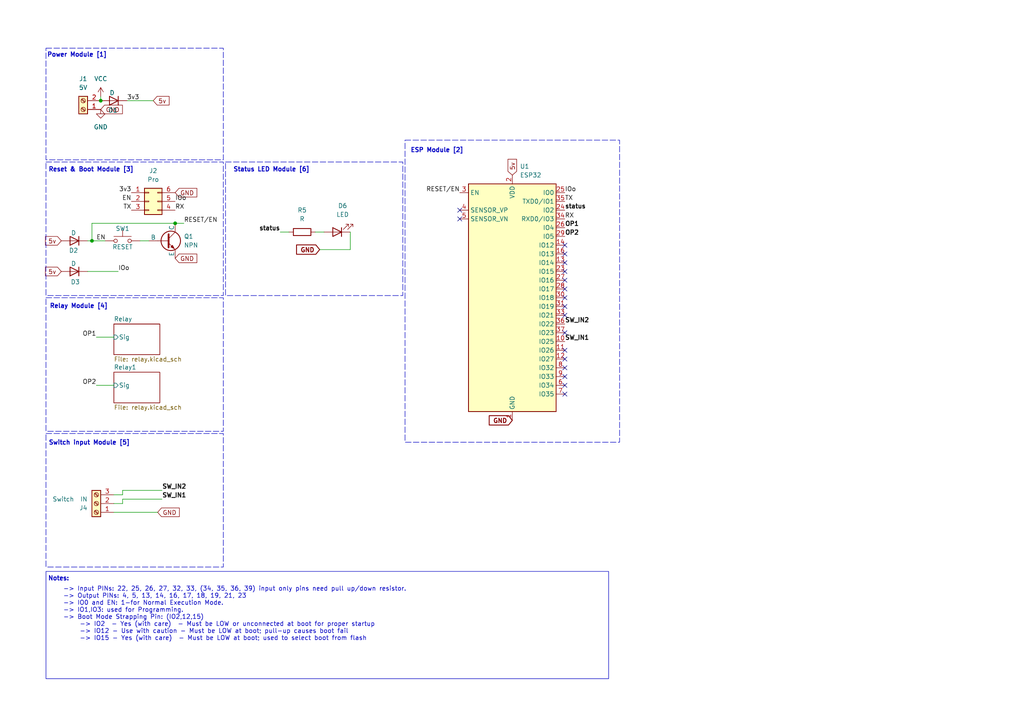
<source format=kicad_sch>
(kicad_sch (version 20231120) (generator "eeschema") (generator_version "8.0")
  (paper "A4")
  (title_block (title "Smart Retrofit Design") (date "2025-07-07") (company "IotEcoTech") (comment 1 "Designed by Karthikeyan A"))
  (lib_symbols
    (symbol "Connector:Screw_Terminal_01x02" (pin_names (offset 1.016) hide)
      (property "Reference" "J" (at 0 2.54 0))
      (property "Value" "Screw_Terminal_01x02" (at 0 -5.08 0))
      (symbol "Screw_Terminal_01x02_1_1"
        (rectangle (start -1.27 1.27) (end 1.27 -3.81) (stroke (width 0.254)) (fill (type background)))
        (circle (center 0 -2.54) (radius 0.635) (stroke (width 0.1524)))
        (polyline (pts (xy -0.5334 -2.2098) (xy 0.3302 -3.048)) (stroke (width 0.1524)))
        (polyline (pts (xy -0.5334 0.3302) (xy 0.3302 -0.508)) (stroke (width 0.1524)))
        (polyline (pts (xy -0.3556 -2.032) (xy 0.508 -2.8702)) (stroke (width 0.1524)))
        (polyline (pts (xy -0.3556 0.508) (xy 0.508 -0.3302)) (stroke (width 0.1524)))
        (circle (center 0 0) (radius 0.635) (stroke (width 0.1524)))
        (pin passive line (at -5.08 0 0) (length 3.81) (name "Pin_1") (number "1"))
        (pin passive line (at -5.08 -2.54 0) (length 3.81) (name "Pin_2") (number "2"))
      )
    )
    (symbol "Connector:Screw_Terminal_01x03" (pin_names (offset 1.016) hide)
      (property "Reference" "J" (at 0 5.08 0))
      (property "Value" "Screw_Terminal_01x03" (at 0 -5.08 0))
      (symbol "Screw_Terminal_01x03_1_1"
        (rectangle (start -1.27 3.81) (end 1.27 -3.81) (stroke (width 0.254)) (fill (type background)))
        (circle (center 0 -2.54) (radius 0.635) (stroke (width 0.1524)))
        (polyline (pts (xy -0.5334 -2.2098) (xy 0.3302 -3.048)) (stroke (width 0.1524)))
        (polyline (pts (xy -0.5334 0.3302) (xy 0.3302 -0.508)) (stroke (width 0.1524)))
        (polyline (pts (xy -0.5334 2.8702) (xy 0.3302 2.032)) (stroke (width 0.1524)))
        (polyline (pts (xy -0.3556 -2.032) (xy 0.508 -2.8702)) (stroke (width 0.1524)))
        (polyline (pts (xy -0.3556 0.508) (xy 0.508 -0.3302)) (stroke (width 0.1524)))
        (polyline (pts (xy -0.3556 3.048) (xy 0.508 2.2098)) (stroke (width 0.1524)))
        (circle (center 0 0) (radius 0.635) (stroke (width 0.1524)))
        (circle (center 0 2.54) (radius 0.635) (stroke (width 0.1524)))
        (pin passive line (at -5.08 2.54 0) (length 3.81) (name "Pin_1") (number "1"))
        (pin passive line (at -5.08 0 0) (length 3.81) (name "Pin_2") (number "2"))
        (pin passive line (at -5.08 -2.54 0) (length 3.81) (name "Pin_3") (number "3"))
      )
    )
    (symbol "Connector_Generic:Conn_02x03_Counter_Clockwise" (pin_names (offset 1.016) hide)
      (property "Reference" "J" (at 1.27 5.08 0))
      (property "Value" "Conn_02x03_Counter_Clockwise" (at 1.27 -5.08 0))
      (symbol "Conn_02x03_Counter_Clockwise_1_1"
        (rectangle (start -1.27 -2.413) (end 0 -2.667) (stroke (width 0.1524)))
        (rectangle (start -1.27 0.127) (end 0 -0.127) (stroke (width 0.1524)))
        (rectangle (start -1.27 2.667) (end 0 2.413) (stroke (width 0.1524)))
        (rectangle (start -1.27 3.81) (end 3.81 -3.81) (stroke (width 0.254)) (fill (type background)))
        (rectangle (start 3.81 -2.413) (end 2.54 -2.667) (stroke (width 0.1524)))
        (rectangle (start 3.81 0.127) (end 2.54 -0.127) (stroke (width 0.1524)))
        (rectangle (start 3.81 2.667) (end 2.54 2.413) (stroke (width 0.1524)))
        (pin passive line (at -5.08 2.54 0) (length 3.81) (name "Pin_1") (number "1"))
        (pin passive line (at -5.08 0 0) (length 3.81) (name "Pin_2") (number "2"))
        (pin passive line (at -5.08 -2.54 0) (length 3.81) (name "Pin_3") (number "3"))
        (pin passive line (at 7.62 -2.54 180) (length 3.81) (name "Pin_4") (number "4"))
        (pin passive line (at 7.62 0 180) (length 3.81) (name "Pin_5") (number "5"))
        (pin passive line (at 7.62 2.54 180) (length 3.81) (name "Pin_6") (number "6"))
      )
    )
    (symbol "Device:D" (pin_numbers hide) (pin_names (offset 1.016) hide)
      (property "Reference" "D" (at 0 2.54 0))
      (property "Value" "D" (at 0 -2.54 0))
      (symbol "D_0_1"
        (polyline (pts (xy -1.27 1.27) (xy -1.27 -1.27)) (stroke (width 0.254)))
        (polyline (pts (xy 1.27 0) (xy -1.27 0)))
        (polyline (pts (xy 1.27 1.27) (xy 1.27 -1.27) (xy -1.27 0) (xy 1.27 1.27)) (stroke (width 0.254)))
      )
      (symbol "D_1_1"
        (pin passive line (at -3.81 0 0) (length 2.54) (name "K") (number "1"))
        (pin passive line (at 3.81 0 180) (length 2.54) (name "A") (number "2"))
      )
    )
    (symbol "Device:LED" (pin_numbers hide) (pin_names (offset 1.016) hide)
      (property "Reference" "D" (at 0 2.54 0))
      (property "Value" "LED" (at 0 -2.54 0))
      (symbol "LED_0_1"
        (polyline (pts (xy -1.27 -1.27) (xy -1.27 1.27)) (stroke (width 0.254)))
        (polyline (pts (xy -1.27 0) (xy 1.27 0)))
        (polyline (pts (xy 1.27 -1.27) (xy 1.27 1.27) (xy -1.27 0) (xy 1.27 -1.27)) (stroke (width 0.254)))
        (polyline (pts (xy -3.048 -0.762) (xy -4.572 -2.286) (xy -3.81 -2.286) (xy -4.572 -2.286) (xy -4.572 -1.524)))
        (polyline (pts (xy -1.778 -0.762) (xy -3.302 -2.286) (xy -2.54 -2.286) (xy -3.302 -2.286) (xy -3.302 -1.524)))
      )
      (symbol "LED_1_1"
        (pin passive line (at -3.81 0 0) (length 2.54) (name "K") (number "1"))
        (pin passive line (at 3.81 0 180) (length 2.54) (name "A") (number "2"))
      )
    )
    (symbol "Device:R" (pin_numbers hide) (pin_names (offset 0))
      (property "Reference" "R" (at 2.032 0 90))
      (property "Value" "R" (at 0 0 90))
      (symbol "R_0_1"
        (rectangle (start -1.016 -2.54) (end 1.016 2.54) (stroke (width 0.254)))
      )
      (symbol "R_1_1"
        (pin passive line (at 0 3.81 270) (length 1.27) (name "~") (number "1"))
        (pin passive line (at 0 -3.81 90) (length 1.27) (name "~") (number "2"))
      )
    )
    (symbol "RF_Module:ESP32-WROOM-32E"
      (property "Reference" "U" (at -12.7 34.29 0))
      (property "Value" "ESP32-WROOM-32E" (at 1.27 34.29 0))
      (symbol "ESP32-WROOM-32E_0_1"
        (rectangle (start -12.7 33.02) (end 12.7 -33.02) (stroke (width 0.254)) (fill (type background)))
      )
      (symbol "ESP32-WROOM-32E_1_1"
        (pin power_in line (at 0 -35.56 90) (length 2.54) (name "GND") (number "1"))
        (pin bidirectional line (at 15.24 -12.7 180) (length 2.54) (name "IO25") (number "10"))
        (pin bidirectional line (at 15.24 -15.24 180) (length 2.54) (name "IO26") (number "11"))
        (pin bidirectional line (at 15.24 -17.78 180) (length 2.54) (name "IO27") (number "12"))
        (pin bidirectional line (at 15.24 10.16 180) (length 2.54) (name "IO14") (number "13"))
        (pin bidirectional line (at 15.24 15.24 180) (length 2.54) (name "IO12") (number "14"))
        (pin passive line (at 0 -35.56 90) (length 2.54) hide (name "GND") (number "15"))
        (pin bidirectional line (at 15.24 12.7 180) (length 2.54) (name "IO13") (number "16"))
        (pin no_connect line (at -12.7 -5.08 0) (length 2.54) hide (name "NC") (number "17"))
        (pin no_connect line (at -12.7 -7.62 0) (length 2.54) hide (name "NC") (number "18"))
        (pin no_connect line (at -12.7 -12.7 0) (length 2.54) hide (name "NC") (number "19"))
        (pin power_in line (at 0 35.56 270) (length 2.54) (name "VDD") (number "2"))
        (pin no_connect line (at -12.7 -10.16 0) (length 2.54) hide (name "NC") (number "20"))
        (pin no_connect line (at -12.7 0 0) (length 2.54) hide (name "NC") (number "21"))
        (pin no_connect line (at -12.7 -2.54 0) (length 2.54) hide (name "NC") (number "22"))
        (pin bidirectional line (at 15.24 7.62 180) (length 2.54) (name "IO15") (number "23"))
        (pin bidirectional line (at 15.24 25.4 180) (length 2.54) (name "IO2") (number "24"))
        (pin bidirectional line (at 15.24 30.48 180) (length 2.54) (name "IO0") (number "25"))
        (pin bidirectional line (at 15.24 20.32 180) (length 2.54) (name "IO4") (number "26"))
        (pin bidirectional line (at 15.24 5.08 180) (length 2.54) (name "IO16") (number "27"))
        (pin bidirectional line (at 15.24 2.54 180) (length 2.54) (name "IO17") (number "28"))
        (pin bidirectional line (at 15.24 17.78 180) (length 2.54) (name "IO5") (number "29"))
        (pin input line (at -15.24 30.48 0) (length 2.54) (name "EN") (number "3"))
        (pin bidirectional line (at 15.24 0 180) (length 2.54) (name "IO18") (number "30"))
        (pin bidirectional line (at 15.24 -2.54 180) (length 2.54) (name "IO19") (number "31"))
        (pin no_connect line (at -12.7 -27.94 0) (length 2.54) hide (name "NC") (number "32"))
        (pin bidirectional line (at 15.24 -5.08 180) (length 2.54) (name "IO21") (number "33"))
        (pin bidirectional line (at 15.24 22.86 180) (length 2.54) (name "RXD0/IO3") (number "34"))
        (pin bidirectional line (at 15.24 27.94 180) (length 2.54) (name "TXD0/IO1") (number "35"))
        (pin bidirectional line (at 15.24 -7.62 180) (length 2.54) (name "IO22") (number "36"))
        (pin bidirectional line (at 15.24 -10.16 180) (length 2.54) (name "IO23") (number "37"))
        (pin passive line (at 0 -35.56 90) (length 2.54) hide (name "GND") (number "38"))
        (pin passive line (at 0 -35.56 90) (length 2.54) hide (name "GND") (number "39"))
        (pin input line (at -15.24 25.4 0) (length 2.54) (name "SENSOR_VP") (number "4"))
        (pin input line (at -15.24 22.86 0) (length 2.54) (name "SENSOR_VN") (number "5"))
        (pin input line (at 15.24 -25.4 180) (length 2.54) (name "IO34") (number "6"))
        (pin input line (at 15.24 -27.94 180) (length 2.54) (name "IO35") (number "7"))
        (pin bidirectional line (at 15.24 -20.32 180) (length 2.54) (name "IO32") (number "8"))
        (pin bidirectional line (at 15.24 -22.86 180) (length 2.54) (name "IO33") (number "9"))
      )
    )
    (symbol "Simulation_SPICE:NPN" (pin_numbers hide) (pin_names (offset 0))
      (property "Reference" "Q" (at -2.54 7.62 0))
      (property "Value" "NPN" (at -2.54 5.08 0))
      (symbol "NPN_0_1"
        (polyline (pts (xy -2.54 0) (xy 0.635 0)) (stroke (width 0.1524)))
        (polyline (pts (xy 0.635 0.635) (xy 2.54 2.54)))
        (polyline (pts (xy 2.794 -1.27) (xy 2.794 -1.27)) (stroke (width 0.1524)))
        (polyline (pts (xy 2.794 -1.27) (xy 2.794 -1.27)) (stroke (width 0.1524)))
        (polyline (pts (xy 0.635 -0.635) (xy 2.54 -2.54) (xy 2.54 -2.54)))
        (polyline (pts (xy 0.635 1.905) (xy 0.635 -1.905) (xy 0.635 -1.905)) (stroke (width 0.508)))
        (polyline (pts (xy 1.27 -1.778) (xy 1.778 -1.27) (xy 2.286 -2.286) (xy 1.27 -1.778) (xy 1.27 -1.778)) (fill (type outline)))
        (circle (center 1.27 0) (radius 2.8194) (stroke (width 0.254)))
      )
      (symbol "NPN_1_1"
        (pin open_collector line (at 2.54 5.08 270) (length 2.54) (name "C") (number "1"))
        (pin input line (at -5.08 0 0) (length 2.54) (name "B") (number "2"))
        (pin open_emitter line (at 2.54 -5.08 90) (length 2.54) (name "E") (number "3"))
      )
    )
    (symbol "Switch:SW_Push" (pin_numbers hide) (pin_names (offset 1.016) hide)
      (property "Reference" "SW" (at 1.27 2.54 0))
      (property "Value" "SW_Push" (at 0 -1.524 0))
      (symbol "SW_Push_0_1"
        (circle (center -2.032 0) (radius 0.508))
        (polyline (pts (xy 0 1.27) (xy 0 3.048)))
        (polyline (pts (xy 2.54 1.27) (xy -2.54 1.27)))
        (circle (center 2.032 0) (radius 0.508))
        (pin passive line (at -5.08 0 0) (length 2.54) (name "1") (number "1"))
        (pin passive line (at 5.08 0 180) (length 2.54) (name "2") (number "2"))
      )
    )
    (symbol "power:GND" (power) (pin_numbers hide) (pin_names (offset 0) hide)
      (property "Value" "GND" (at 0 -3.81 0))
      (symbol "GND_0_1"
        (polyline (pts (xy 0 0) (xy 0 -1.27) (xy 1.27 -1.27) (xy 0 -2.54) (xy -1.27 -1.27) (xy 0 -1.27)))
      )
      (symbol "GND_1_1"
        (pin power_in line (at 0 0 270) (length 0) (name "~") (number "1"))
      )
    )
    (symbol "power:VCC" (power) (pin_numbers hide) (pin_names (offset 0) hide)
      (property "Value" "VCC" (at 0 3.556 0))
      (symbol "VCC_0_1"
        (polyline (pts (xy -0.762 1.27) (xy 0 2.54)))
        (polyline (pts (xy 0 0) (xy 0 2.54)))
        (polyline (pts (xy 0 2.54) (xy 0.762 1.27)))
      )
      (symbol "VCC_1_1"
        (pin power_in line (at 0 0 90) (length 0) (name "~") (number "1"))
      )
    )
  )
  (junction (at 29.21 29.21))
  (junction (at 26.67 69.85))
  (junction (at 50.8 64.77))
  (no_connect (at 133.35 63.5))
  (no_connect (at 163.83 106.68))
  (no_connect (at 163.83 78.74))
  (no_connect (at 163.83 109.22))
  (no_connect (at 163.83 73.66))
  (no_connect (at 163.83 101.6))
  (no_connect (at 163.83 114.3))
  (no_connect (at 163.83 76.2))
  (no_connect (at 163.83 111.76))
  (no_connect (at 163.83 71.12))
  (no_connect (at 163.83 104.14))
  (no_connect (at 163.83 88.9))
  (no_connect (at 163.83 91.44))
  (no_connect (at 163.83 83.82))
  (no_connect (at 163.83 86.36))
  (no_connect (at 133.35 60.96))
  (no_connect (at 163.83 96.52))
  (no_connect (at 163.83 81.28))
  (wire (pts (xy 35.56 143.51) (xy 33.02 143.51)))
  (wire (pts (xy 35.56 146.05) (xy 33.02 146.05)))
  (wire (pts (xy 35.56 144.78) (xy 35.56 146.05)))
  (wire (pts (xy 27.94 111.76) (xy 33.02 111.76)))
  (wire (pts (xy 45.72 148.59) (xy 33.02 148.59)))
  (wire (pts (xy 25.4 69.85) (xy 26.67 69.85)))
  (wire (pts (xy 46.99 144.78) (xy 35.56 144.78)))
  (wire (pts (xy 50.8 64.77) (xy 26.67 64.77)))
  (wire (pts (xy 43.18 69.85) (xy 40.64 69.85)))
  (wire (pts (xy 25.4 78.74) (xy 34.29 78.74)))
  (wire (pts (xy 46.99 142.24) (xy 35.56 142.24)))
  (wire (pts (xy 101.6 67.31) (xy 101.6 72.39)))
  (wire (pts (xy 26.67 69.85) (xy 30.48 69.85)))
  (wire (pts (xy 26.67 64.77) (xy 26.67 69.85)))
  (wire (pts (xy 91.44 67.31) (xy 93.98 67.31)))
  (wire (pts (xy 35.56 142.24) (xy 35.56 143.51)))
  (wire (pts (xy 36.83 29.21) (xy 44.45 29.21)))
  (wire (pts (xy 50.8 64.77) (xy 53.34 64.77)))
  (wire (pts (xy 27.94 97.79) (xy 33.02 97.79)))
  (wire (pts (xy 29.21 27.94) (xy 29.21 29.21)))
  (wire (pts (xy 81.28 67.31) (xy 83.82 67.31)))
  (wire (pts (xy 101.6 72.39) (xy 92.71 72.39)))
  (rectangle (start 13.335 46.99) (end 64.77 85.725) (stroke (width 0) (type dash)))
  (rectangle (start 13.335 165.735) (end 176.53 196.85))
  (rectangle (start 13.335 13.97) (end 64.77 46.355) (stroke (width 0) (type dash)))
  (rectangle (start 13.335 125.73) (end 64.77 164.465) (stroke (width 0) (type dash)))
  (rectangle (start 117.475 40.64) (end 179.705 128.27) (stroke (width 0) (type dash)))
  (rectangle (start 65.405 46.99) (end 116.84 85.725) (stroke (width 0) (type dash)))
  (rectangle (start 13.335 86.36) (end 64.77 125.095) (stroke (width 0) (type dash)))
  (text "Notes:\n" (at 17.018 167.894 0) (effects (font (size 1.27 1.27) (thickness 0.254) (bold yes))))
  (text "Relay Module [4]" (at 22.86 88.9 0) (effects (font (size 1.27 1.27) (thickness 0.254) (bold yes))))
  (text "Status LED Module [6]" (at 78.74 49.276 0) (effects (font (size 1.27 1.27) (thickness 0.254) (bold yes))))
  (text "Power Module [1]" (at 22.352 16.002 0) (effects (font (size 1.27 1.27) (thickness 0.254) (bold yes))))
  (text "Switch input Module [5]" (at 25.908 128.524 0) (effects (font (size 1.27 1.27) (thickness 0.254) (bold yes))))
  (text "-> Input PINs: 22, 25, 26, 27, 32, 33, (34, 35, 36, 39) input only pins need pull up/down resistor.\n-> Output PINs: 4, 5, 13, 14, 16, 17, 18, 19, 21, 23 \n-> IO0 and EN: 1-for Normal Execution Mode.\n-> IO1,IO3: used for Programming.\n-> Boot Mode Strapping Pin: (IO2,12,15)\n	-> IO2  - Yes (with care)  - Must be LOW or unconnected at boot for proper startup\n	-> IO12 -️ Use with caution - Must be LOW at boot; pull-up causes boot fail\n	-> IO15 - Yes (with care)  - Must be LOW at boot; used to select boot from flash" (at 18.288 178.054 0) (effects (font (size 1.27 1.27) (thickness 0.1588)) (justify left)))
  (text "Reset & Boot Module [3]" (at 26.416 49.276 0) (effects (font (size 1.27 1.27) (thickness 0.254) (bold yes))))
  (text "ESP Module [2]" (at 126.746 43.688 0) (effects (font (size 1.27 1.27) (thickness 0.254) (bold yes))))
  (label "OP1" (at 163.83 66.04 0) (effects (font (thickness 0.254) (bold yes))))
  (label "OP2" (at 27.94 111.76 180))
  (label "TX" (at 38.1 60.96 180))
  (label "OP1" (at 27.94 97.79 180))
  (label "SW_IN1" (at 46.99 144.78 0) (effects (font (thickness 0.254) (bold yes))))
  (label "3v3" (at 38.1 55.88 180))
  (label "SW_IN1" (at 163.83 99.06 0) (effects (font (thickness 0.254) (bold yes))))
  (label "OP2" (at 163.83 68.58 0) (effects (font (thickness 0.254) (bold yes))))
  (label "IOo" (at 163.83 55.88 0))
  (label "RESET{slash}EN" (at 53.34 64.77 0))
  (label "RESET{slash}EN" (at 133.35 55.88 180))
  (label "IOo" (at 50.8 58.42 0))
  (label "TX" (at 163.83 58.42 0))
  (label "IOo" (at 34.29 78.74 0))
  (label "SW_IN2" (at 163.83 93.98 0) (effects (font (thickness 0.254) (bold yes))))
  (label "SW_IN2" (at 46.99 142.24 0) (effects (font (thickness 0.254) (bold yes))))
  (label "EN" (at 27.94 69.85 0))
  (label "RX" (at 50.8 60.96 0))
  (label "RX" (at 163.83 63.5 0))
  (label "status" (at 163.83 60.96 0) (effects (font (thickness 0.254) (bold yes))))
  (label "EN" (at 38.1 58.42 180))
  (label "status" (at 81.28 67.31 180) (effects (font (thickness 0.254) (bold yes))))
  (label "3v3" (at 36.83 29.21 0))
  (global_label "GND" (shape input) (at 50.8 55.88 0) (property "Intersheetrefs" "${INTERSHEET_REFS}" (effects (hide yes))))
  (global_label "5v" (shape input) (at 148.59 50.8 90) (property "Intersheetrefs" "${INTERSHEET_REFS}" (effects (hide yes))))
  (global_label "GND" (shape input) (at 50.8 74.93 0) (property "Intersheetrefs" "${INTERSHEET_REFS}" (effects (hide yes))))
  (global_label "5v" (shape input) (at 17.78 78.74 180) (property "Intersheetrefs" "${INTERSHEET_REFS}" (effects (hide yes))))
  (global_label "5v" (shape input) (at 17.78 69.85 180) (property "Intersheetrefs" "${INTERSHEET_REFS}" (effects (hide yes))))
  (global_label "GND" (shape input) (at 92.71 72.39 180) (effects (font (thickness 0.254) (bold yes))) (property "Intersheetrefs" "${INTERSHEET_REFS}" (effects (hide yes))))
  (global_label "5v" (shape input) (at 44.45 29.21 0) (property "Intersheetrefs" "${INTERSHEET_REFS}" (effects (hide yes))))
  (global_label "GND" (shape input) (at 29.21 31.75 0) (property "Intersheetrefs" "${INTERSHEET_REFS}" (effects (hide yes))))
  (global_label "GND" (shape input) (at 45.72 148.59 0) (property "Intersheetrefs" "${INTERSHEET_REFS}" (effects (hide yes))))
  (global_label "GND" (shape input) (at 148.59 121.92 180) (effects (font (thickness 0.254) (bold yes))) (property "Intersheetrefs" "${INTERSHEET_REFS}" (effects (hide yes))))
  (symbol (lib_id "power:GND") (at 29.21 31.75 0) (unit 1)
    (property "Reference" "#PWR02" (effects (hide yes)))
    (property "Value" "GND" (at 29.21 36.83 0))
    (property "Description" "Power symbol creates a global label with name \"GND\" , ground" (effects (hide yes)))
  )
  (symbol (lib_id "Connector_Generic:Conn_02x03_Counter_Clockwise") (at 43.18 58.42 0) (unit 1)
    (property "Reference" "J2" (at 44.45 49.53 0))
    (property "Value" "Pro" (at 44.45 52.07 0))
    (property "Footprint" "Connector_PinHeader_2.54mm:PinHeader_2x03_P2.54mm_Vertical" (effects (hide yes)))
    (property "Description" "Generic connector, double row, 02x03, counter clockwise pin numbering scheme (similar to DIP package numbering), script generated (kicad-library-utils/schlib/autogen/connector/)" (effects (hide yes)))
  )
  (symbol (lib_id "Connector:Screw_Terminal_01x03") (at 27.94 146.05 180) (unit 1)
    (property "Reference" "J4" (at 25.4 147.3201 0) (effects (justify left)))
    (property "Value" "Switch  IN" (at 25.4 144.7801 0) (effects (justify left)))
    (property "Footprint" "TerminalBlock_Phoenix:TerminalBlock_Phoenix_MPT-0,5-3-2.54_1x03_P2.54mm_Horizontal" (effects (hide yes)))
    (property "Description" "Generic screw terminal, single row, 01x03, script generated (kicad-library-utils/schlib/autogen/connector/)" (effects (hide yes)))
  )
  (symbol (lib_id "Device:D") (at 21.59 69.85 180) (unit 1)
    (property "Reference" "D2" (at 21.336 72.644 0))
    (property "Value" "D" (at 21.336 67.564 0))
    (property "Footprint" "Diode_THT:D_A-405_P7.62mm_Horizontal" (effects (hide yes)))
    (property "Description" "Diode" (effects (hide yes)))
    (property "Sim.Device" "D" (effects (hide yes)))
    (property "Sim.Pins" "1=K 2=A" (effects (hide yes)))
  )
  (symbol (lib_id "RF_Module:ESP32-WROOM-32E") (at 148.59 86.36 0) (unit 1)
    (property "Reference" "U1" (at 150.7841 48.26 0) (effects (justify left)))
    (property "Value" "ESP32" (at 150.7841 50.8 0) (effects (justify left)))
    (property "Footprint" "RF_Module:ESP32-WROOM-32D" (effects (hide yes)))
    (property "Datasheet" "https://www.espressif.com/sites/default/files/documentation/esp32-wroom-32e_esp32-wroom-32ue_datasheet_en.pdf" (effects (hide yes)))
    (property "Description" "RF Module, ESP32-D0WD-V3 SoC, without PSRAM, Wi-Fi 802.11b/g/n, Bluetooth, BLE, 32-bit, 2.7-3.6V, onboard antenna, SMD" (effects (hide yes)))
  )
  (symbol (lib_id "Connector:Screw_Terminal_01x02") (at 24.13 31.75 180) (unit 1)
    (property "Reference" "J1" (at 24.13 22.86 0))
    (property "Value" "5V" (at 24.13 25.4 0))
    (property "Footprint" "TerminalBlock_Phoenix:TerminalBlock_Phoenix_MPT-0,5-2-2.54_1x02_P2.54mm_Horizontal" (effects (hide yes)))
    (property "Description" "Generic screw terminal, single row, 01x02, script generated (kicad-library-utils/schlib/autogen/connector/)" (effects (hide yes)))
  )
  (symbol (lib_id "Device:R") (at 87.63 67.31 90) (unit 1)
    (property "Reference" "R5" (at 87.63 60.96 90))
    (property "Value" "R" (at 87.63 63.5 90))
    (property "Footprint" "Resistor_THT:R_Axial_DIN0207_L6.3mm_D2.5mm_P7.62mm_Horizontal" (effects (hide yes)))
    (property "Description" "Resistor" (effects (hide yes)))
  )
  (symbol (lib_id "Device:D") (at 33.02 29.21 180) (unit 1)
    (property "Reference" "D1" (at 32.766 32.004 0))
    (property "Value" "D" (at 32.512 26.924 0))
    (property "Footprint" "Diode_THT:D_A-405_P7.62mm_Horizontal" (effects (hide yes)))
    (property "Description" "Diode" (effects (hide yes)))
    (property "Sim.Device" "D" (effects (hide yes)))
    (property "Sim.Pins" "1=K 2=A" (effects (hide yes)))
  )
  (symbol (lib_id "Switch:SW_Push") (at 35.56 69.85 0) (unit 1)
    (property "Reference" "SW1" (at 35.56 66.294 0))
    (property "Value" "RESET" (at 35.56 71.628 0))
    (property "Footprint" "Button_Switch_THT:SW_PUSH_6mm_H5mm" (effects (hide yes)))
    (property "Description" "Push button switch, generic, two pins" (effects (hide yes)))
  )
  (symbol (lib_id "Device:LED") (at 97.79 67.31 180) (unit 1)
    (property "Reference" "D6" (at 99.3775 59.69 0))
    (property "Value" "LED" (at 99.3775 62.23 0))
    (property "Footprint" "LED_THT:LED_D3.0mm" (effects (hide yes)))
    (property "Description" "Light emitting diode" (effects (hide yes)))
  )
  (symbol (lib_id "power:VCC") (at 29.21 27.94 0) (unit 1)
    (property "Reference" "#PWR01" (effects (hide yes)))
    (property "Value" "VCC" (at 29.21 22.86 0))
    (property "Description" "Power symbol creates a global label with name \"VCC\"" (effects (hide yes)))
  )
  (symbol (lib_id "Device:D") (at 21.59 78.74 180) (unit 1)
    (property "Reference" "D3" (at 21.844 81.788 0))
    (property "Value" "D" (at 21.336 76.454 0))
    (property "Footprint" "Diode_THT:D_A-405_P7.62mm_Horizontal" (effects (hide yes)))
    (property "Description" "Diode" (effects (hide yes)))
    (property "Sim.Device" "D" (effects (hide yes)))
    (property "Sim.Pins" "1=K 2=A" (effects (hide yes)))
  )
  (symbol (lib_id "Simulation_SPICE:NPN") (at 48.26 69.85 0) (unit 1)
    (property "Reference" "Q1" (at 53.34 68.5799 0) (effects (justify left)))
    (property "Value" "NPN" (at 53.34 71.1199 0) (effects (justify left)))
    (property "Footprint" "Package_TO_SOT_THT:TO-92L_Inline" (effects (hide yes)))
    (property "Datasheet" "https://ngspice.sourceforge.io/docs/ngspice-html-manual/manual.xhtml#cha_BJTs" (effects (hide yes)))
    (property "Description" "Bipolar transistor symbol for simulation only, substrate tied to the emitter" (effects (hide yes)))
    (property "Sim.Device" "NPN" (effects (hide yes)))
    (property "Sim.Type" "GUMMELPOON" (effects (hide yes)))
    (property "Sim.Pins" "1=C 2=B 3=E" (effects (hide yes)))
  )
  (sheet (at 33.02 107.95) (size 13.335 8.89) (stroke (width 0.1524))
    (property "Sheetname" "Relay1" (at 33.02 107.2384 0) (effects (justify left bottom)))
    (property "Sheetfile" "relay.kicad_sch" (at 33.02 117.4246 0) (effects (justify left top)))
    (pin "Sig" input (at 33.02 111.76 180))
  )
  (sheet (at 33.02 93.98) (size 13.335 8.89) (stroke (width 0.1524))
    (property "Sheetname" "Relay" (at 33.02 93.2684 0) (effects (justify left bottom)))
    (property "Sheetfile" "relay.kicad_sch" (at 33.02 103.4546 0) (effects (justify left top)))
    (pin "Sig" input (at 33.02 97.79 180))
  )
)
</source>
